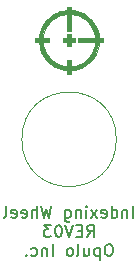
<source format=gbr>
G04 #@! TF.GenerationSoftware,KiCad,Pcbnew,(6.0.1-0)*
G04 #@! TF.CreationDate,2022-08-23T12:06:24-04:00*
G04 #@! TF.ProjectId,indexingWheel,696e6465-7869-46e6-9757-6865656c2e6b,rev?*
G04 #@! TF.SameCoordinates,Original*
G04 #@! TF.FileFunction,Legend,Bot*
G04 #@! TF.FilePolarity,Positive*
%FSLAX46Y46*%
G04 Gerber Fmt 4.6, Leading zero omitted, Abs format (unit mm)*
G04 Created by KiCad (PCBNEW (6.0.1-0)) date 2022-08-23 12:06:24*
%MOMM*%
%LPD*%
G01*
G04 APERTURE LIST*
%ADD10C,0.120000*%
%ADD11C,0.150000*%
%ADD12C,0.010000*%
G04 APERTURE END LIST*
D10*
X153500000Y-93000000D02*
G75*
G03*
X153500000Y-93000000I-4000000J0D01*
G01*
D11*
X154904761Y-99642380D02*
X154904761Y-98642380D01*
X154428571Y-98975714D02*
X154428571Y-99642380D01*
X154428571Y-99070952D02*
X154380952Y-99023333D01*
X154285714Y-98975714D01*
X154142857Y-98975714D01*
X154047619Y-99023333D01*
X154000000Y-99118571D01*
X154000000Y-99642380D01*
X153095238Y-99642380D02*
X153095238Y-98642380D01*
X153095238Y-99594761D02*
X153190476Y-99642380D01*
X153380952Y-99642380D01*
X153476190Y-99594761D01*
X153523809Y-99547142D01*
X153571428Y-99451904D01*
X153571428Y-99166190D01*
X153523809Y-99070952D01*
X153476190Y-99023333D01*
X153380952Y-98975714D01*
X153190476Y-98975714D01*
X153095238Y-99023333D01*
X152238095Y-99594761D02*
X152333333Y-99642380D01*
X152523809Y-99642380D01*
X152619047Y-99594761D01*
X152666666Y-99499523D01*
X152666666Y-99118571D01*
X152619047Y-99023333D01*
X152523809Y-98975714D01*
X152333333Y-98975714D01*
X152238095Y-99023333D01*
X152190476Y-99118571D01*
X152190476Y-99213809D01*
X152666666Y-99309047D01*
X151857142Y-99642380D02*
X151333333Y-98975714D01*
X151857142Y-98975714D02*
X151333333Y-99642380D01*
X150952380Y-99642380D02*
X150952380Y-98975714D01*
X150952380Y-98642380D02*
X151000000Y-98690000D01*
X150952380Y-98737619D01*
X150904761Y-98690000D01*
X150952380Y-98642380D01*
X150952380Y-98737619D01*
X150476190Y-98975714D02*
X150476190Y-99642380D01*
X150476190Y-99070952D02*
X150428571Y-99023333D01*
X150333333Y-98975714D01*
X150190476Y-98975714D01*
X150095238Y-99023333D01*
X150047619Y-99118571D01*
X150047619Y-99642380D01*
X149142857Y-98975714D02*
X149142857Y-99785238D01*
X149190476Y-99880476D01*
X149238095Y-99928095D01*
X149333333Y-99975714D01*
X149476190Y-99975714D01*
X149571428Y-99928095D01*
X149142857Y-99594761D02*
X149238095Y-99642380D01*
X149428571Y-99642380D01*
X149523809Y-99594761D01*
X149571428Y-99547142D01*
X149619047Y-99451904D01*
X149619047Y-99166190D01*
X149571428Y-99070952D01*
X149523809Y-99023333D01*
X149428571Y-98975714D01*
X149238095Y-98975714D01*
X149142857Y-99023333D01*
X148000000Y-98642380D02*
X147761904Y-99642380D01*
X147571428Y-98928095D01*
X147380952Y-99642380D01*
X147142857Y-98642380D01*
X146761904Y-99642380D02*
X146761904Y-98642380D01*
X146333333Y-99642380D02*
X146333333Y-99118571D01*
X146380952Y-99023333D01*
X146476190Y-98975714D01*
X146619047Y-98975714D01*
X146714285Y-99023333D01*
X146761904Y-99070952D01*
X145476190Y-99594761D02*
X145571428Y-99642380D01*
X145761904Y-99642380D01*
X145857142Y-99594761D01*
X145904761Y-99499523D01*
X145904761Y-99118571D01*
X145857142Y-99023333D01*
X145761904Y-98975714D01*
X145571428Y-98975714D01*
X145476190Y-99023333D01*
X145428571Y-99118571D01*
X145428571Y-99213809D01*
X145904761Y-99309047D01*
X144619047Y-99594761D02*
X144714285Y-99642380D01*
X144904761Y-99642380D01*
X145000000Y-99594761D01*
X145047619Y-99499523D01*
X145047619Y-99118571D01*
X145000000Y-99023333D01*
X144904761Y-98975714D01*
X144714285Y-98975714D01*
X144619047Y-99023333D01*
X144571428Y-99118571D01*
X144571428Y-99213809D01*
X145047619Y-99309047D01*
X144000000Y-99642380D02*
X144095238Y-99594761D01*
X144142857Y-99499523D01*
X144142857Y-98642380D01*
X151023809Y-101252380D02*
X151357142Y-100776190D01*
X151595238Y-101252380D02*
X151595238Y-100252380D01*
X151214285Y-100252380D01*
X151119047Y-100300000D01*
X151071428Y-100347619D01*
X151023809Y-100442857D01*
X151023809Y-100585714D01*
X151071428Y-100680952D01*
X151119047Y-100728571D01*
X151214285Y-100776190D01*
X151595238Y-100776190D01*
X150595238Y-100728571D02*
X150261904Y-100728571D01*
X150119047Y-101252380D02*
X150595238Y-101252380D01*
X150595238Y-100252380D01*
X150119047Y-100252380D01*
X149833333Y-100252380D02*
X149500000Y-101252380D01*
X149166666Y-100252380D01*
X148642857Y-100252380D02*
X148547619Y-100252380D01*
X148452380Y-100300000D01*
X148404761Y-100347619D01*
X148357142Y-100442857D01*
X148309523Y-100633333D01*
X148309523Y-100871428D01*
X148357142Y-101061904D01*
X148404761Y-101157142D01*
X148452380Y-101204761D01*
X148547619Y-101252380D01*
X148642857Y-101252380D01*
X148738095Y-101204761D01*
X148785714Y-101157142D01*
X148833333Y-101061904D01*
X148880952Y-100871428D01*
X148880952Y-100633333D01*
X148833333Y-100442857D01*
X148785714Y-100347619D01*
X148738095Y-100300000D01*
X148642857Y-100252380D01*
X147976190Y-100252380D02*
X147357142Y-100252380D01*
X147690476Y-100633333D01*
X147547619Y-100633333D01*
X147452380Y-100680952D01*
X147404761Y-100728571D01*
X147357142Y-100823809D01*
X147357142Y-101061904D01*
X147404761Y-101157142D01*
X147452380Y-101204761D01*
X147547619Y-101252380D01*
X147833333Y-101252380D01*
X147928571Y-101204761D01*
X147976190Y-101157142D01*
X152952380Y-101862380D02*
X152761904Y-101862380D01*
X152666666Y-101910000D01*
X152571428Y-102005238D01*
X152523809Y-102195714D01*
X152523809Y-102529047D01*
X152571428Y-102719523D01*
X152666666Y-102814761D01*
X152761904Y-102862380D01*
X152952380Y-102862380D01*
X153047619Y-102814761D01*
X153142857Y-102719523D01*
X153190476Y-102529047D01*
X153190476Y-102195714D01*
X153142857Y-102005238D01*
X153047619Y-101910000D01*
X152952380Y-101862380D01*
X152095238Y-102195714D02*
X152095238Y-103195714D01*
X152095238Y-102243333D02*
X152000000Y-102195714D01*
X151809523Y-102195714D01*
X151714285Y-102243333D01*
X151666666Y-102290952D01*
X151619047Y-102386190D01*
X151619047Y-102671904D01*
X151666666Y-102767142D01*
X151714285Y-102814761D01*
X151809523Y-102862380D01*
X152000000Y-102862380D01*
X152095238Y-102814761D01*
X150761904Y-102195714D02*
X150761904Y-102862380D01*
X151190476Y-102195714D02*
X151190476Y-102719523D01*
X151142857Y-102814761D01*
X151047619Y-102862380D01*
X150904761Y-102862380D01*
X150809523Y-102814761D01*
X150761904Y-102767142D01*
X150142857Y-102862380D02*
X150238095Y-102814761D01*
X150285714Y-102719523D01*
X150285714Y-101862380D01*
X149619047Y-102862380D02*
X149714285Y-102814761D01*
X149761904Y-102767142D01*
X149809523Y-102671904D01*
X149809523Y-102386190D01*
X149761904Y-102290952D01*
X149714285Y-102243333D01*
X149619047Y-102195714D01*
X149476190Y-102195714D01*
X149380952Y-102243333D01*
X149333333Y-102290952D01*
X149285714Y-102386190D01*
X149285714Y-102671904D01*
X149333333Y-102767142D01*
X149380952Y-102814761D01*
X149476190Y-102862380D01*
X149619047Y-102862380D01*
X148095238Y-102862380D02*
X148095238Y-101862380D01*
X147619047Y-102195714D02*
X147619047Y-102862380D01*
X147619047Y-102290952D02*
X147571428Y-102243333D01*
X147476190Y-102195714D01*
X147333333Y-102195714D01*
X147238095Y-102243333D01*
X147190476Y-102338571D01*
X147190476Y-102862380D01*
X146285714Y-102814761D02*
X146380952Y-102862380D01*
X146571428Y-102862380D01*
X146666666Y-102814761D01*
X146714285Y-102767142D01*
X146761904Y-102671904D01*
X146761904Y-102386190D01*
X146714285Y-102290952D01*
X146666666Y-102243333D01*
X146571428Y-102195714D01*
X146380952Y-102195714D01*
X146285714Y-102243333D01*
X145857142Y-102767142D02*
X145809523Y-102814761D01*
X145857142Y-102862380D01*
X145904761Y-102814761D01*
X145857142Y-102767142D01*
X145857142Y-102862380D01*
D12*
X149330667Y-82056102D02*
X149236131Y-82065788D01*
X149236131Y-82065788D02*
X148977040Y-82106461D01*
X148977040Y-82106461D02*
X148721730Y-82175028D01*
X148721730Y-82175028D02*
X148470021Y-82271540D01*
X148470021Y-82271540D02*
X148349945Y-82328050D01*
X148349945Y-82328050D02*
X148207326Y-82403651D01*
X148207326Y-82403651D02*
X148080466Y-82481262D01*
X148080466Y-82481262D02*
X147962187Y-82566129D01*
X147962187Y-82566129D02*
X147845309Y-82663492D01*
X147845309Y-82663492D02*
X147722655Y-82778597D01*
X147722655Y-82778597D02*
X147693446Y-82807557D01*
X147693446Y-82807557D02*
X147573614Y-82932508D01*
X147573614Y-82932508D02*
X147472706Y-83050062D01*
X147472706Y-83050062D02*
X147385478Y-83167398D01*
X147385478Y-83167398D02*
X147306688Y-83291694D01*
X147306688Y-83291694D02*
X147231091Y-83430130D01*
X147231091Y-83430130D02*
X147213939Y-83464055D01*
X147213939Y-83464055D02*
X147103939Y-83714092D01*
X147103939Y-83714092D02*
X147021911Y-83967644D01*
X147021911Y-83967644D02*
X146967801Y-84224891D01*
X146967801Y-84224891D02*
X146951677Y-84350241D01*
X146951677Y-84350241D02*
X146941992Y-84444778D01*
X146941992Y-84444778D02*
X146649556Y-84444778D01*
X146649556Y-84444778D02*
X146649556Y-84769333D01*
X146649556Y-84769333D02*
X146942601Y-84769333D01*
X146942601Y-84769333D02*
X146952465Y-84864583D01*
X146952465Y-84864583D02*
X146992341Y-85121009D01*
X146992341Y-85121009D02*
X147058523Y-85371033D01*
X147058523Y-85371033D02*
X147151764Y-85617208D01*
X147151764Y-85617208D02*
X147213939Y-85750055D01*
X147213939Y-85750055D02*
X147289540Y-85892674D01*
X147289540Y-85892674D02*
X147367152Y-86019534D01*
X147367152Y-86019534D02*
X147452018Y-86137813D01*
X147452018Y-86137813D02*
X147549381Y-86254691D01*
X147549381Y-86254691D02*
X147664486Y-86377345D01*
X147664486Y-86377345D02*
X147693446Y-86406554D01*
X147693446Y-86406554D02*
X147818397Y-86526386D01*
X147818397Y-86526386D02*
X147935951Y-86627294D01*
X147935951Y-86627294D02*
X148053287Y-86714522D01*
X148053287Y-86714522D02*
X148177584Y-86793312D01*
X148177584Y-86793312D02*
X148316020Y-86868909D01*
X148316020Y-86868909D02*
X148349945Y-86886061D01*
X148349945Y-86886061D02*
X148599981Y-86996061D01*
X148599981Y-86996061D02*
X148853534Y-87078089D01*
X148853534Y-87078089D02*
X149110780Y-87132199D01*
X149110780Y-87132199D02*
X149236131Y-87148323D01*
X149236131Y-87148323D02*
X149330667Y-87158008D01*
X149330667Y-87158008D02*
X149330667Y-87450444D01*
X149330667Y-87450444D02*
X149655222Y-87450444D01*
X149655222Y-87450444D02*
X149655222Y-87158008D01*
X149655222Y-87158008D02*
X149749759Y-87148323D01*
X149749759Y-87148323D02*
X150008849Y-87107649D01*
X150008849Y-87107649D02*
X150264160Y-87039083D01*
X150264160Y-87039083D02*
X150515868Y-86942570D01*
X150515868Y-86942570D02*
X150635945Y-86886061D01*
X150635945Y-86886061D02*
X150778563Y-86810460D01*
X150778563Y-86810460D02*
X150905423Y-86732848D01*
X150905423Y-86732848D02*
X151023702Y-86647982D01*
X151023702Y-86647982D02*
X151140580Y-86550619D01*
X151140580Y-86550619D02*
X151263235Y-86435514D01*
X151263235Y-86435514D02*
X151292443Y-86406554D01*
X151292443Y-86406554D02*
X151412275Y-86281603D01*
X151412275Y-86281603D02*
X151513183Y-86164049D01*
X151513183Y-86164049D02*
X151600411Y-86046713D01*
X151600411Y-86046713D02*
X151679202Y-85922416D01*
X151679202Y-85922416D02*
X151754798Y-85783980D01*
X151754798Y-85783980D02*
X151771950Y-85750055D01*
X151771950Y-85750055D02*
X151881950Y-85500019D01*
X151881950Y-85500019D02*
X151963979Y-85246466D01*
X151963979Y-85246466D02*
X152018088Y-84989220D01*
X152018088Y-84989220D02*
X152034212Y-84863869D01*
X152034212Y-84863869D02*
X152043898Y-84769333D01*
X152043898Y-84769333D02*
X152336333Y-84769333D01*
X152336333Y-84769333D02*
X152336333Y-84444778D01*
X152336333Y-84444778D02*
X152043898Y-84444778D01*
X152043898Y-84444778D02*
X151705231Y-84444778D01*
X151705231Y-84444778D02*
X150290222Y-84444778D01*
X150290222Y-84444778D02*
X150290222Y-84769333D01*
X150290222Y-84769333D02*
X151705231Y-84769333D01*
X151705231Y-84769333D02*
X151695524Y-84864583D01*
X151695524Y-84864583D02*
X151659639Y-85084313D01*
X151659639Y-85084313D02*
X151597594Y-85304567D01*
X151597594Y-85304567D02*
X151511111Y-85521475D01*
X151511111Y-85521475D02*
X151401907Y-85731165D01*
X151401907Y-85731165D02*
X151271704Y-85929766D01*
X151271704Y-85929766D02*
X151159801Y-86070858D01*
X151159801Y-86070858D02*
X151006596Y-86228821D01*
X151006596Y-86228821D02*
X150831950Y-86373377D01*
X150831950Y-86373377D02*
X150640543Y-86501804D01*
X150640543Y-86501804D02*
X150437055Y-86611383D01*
X150437055Y-86611383D02*
X150226165Y-86699390D01*
X150226165Y-86699390D02*
X150012554Y-86763106D01*
X150012554Y-86763106D02*
X149943468Y-86778102D01*
X149943468Y-86778102D02*
X149870237Y-86792329D01*
X149870237Y-86792329D02*
X149817880Y-86801925D01*
X149817880Y-86801925D02*
X149779620Y-86807910D01*
X149779620Y-86807910D02*
X149748682Y-86811303D01*
X149748682Y-86811303D02*
X149718287Y-86813125D01*
X149718287Y-86813125D02*
X149708139Y-86813523D01*
X149708139Y-86813523D02*
X149655222Y-86815444D01*
X149655222Y-86815444D02*
X149655222Y-86321555D01*
X149655222Y-86321555D02*
X149330667Y-86321555D01*
X149330667Y-86321555D02*
X149330667Y-86819342D01*
X149330667Y-86819342D02*
X149235417Y-86809635D01*
X149235417Y-86809635D02*
X149016702Y-86773883D01*
X149016702Y-86773883D02*
X148797910Y-86712335D01*
X148797910Y-86712335D02*
X148583091Y-86627114D01*
X148583091Y-86627114D02*
X148376294Y-86520343D01*
X148376294Y-86520343D02*
X148181569Y-86394146D01*
X148181569Y-86394146D02*
X148002967Y-86250645D01*
X148002967Y-86250645D02*
X147844537Y-86091964D01*
X147844537Y-86091964D02*
X147826088Y-86070858D01*
X147826088Y-86070858D02*
X147681078Y-85883270D01*
X147681078Y-85883270D02*
X147555763Y-85681651D01*
X147555763Y-85681651D02*
X147451861Y-85469873D01*
X147451861Y-85469873D02*
X147371093Y-85251808D01*
X147371093Y-85251808D02*
X147315176Y-85031326D01*
X147315176Y-85031326D02*
X147290365Y-84864583D01*
X147290365Y-84864583D02*
X147280658Y-84769333D01*
X147280658Y-84769333D02*
X147778445Y-84769333D01*
X147778445Y-84769333D02*
X147778445Y-84444778D01*
X147778445Y-84444778D02*
X147280658Y-84444778D01*
X147280658Y-84444778D02*
X147290365Y-84349528D01*
X147290365Y-84349528D02*
X147326251Y-84129798D01*
X147326251Y-84129798D02*
X147388295Y-83909544D01*
X147388295Y-83909544D02*
X147474778Y-83692636D01*
X147474778Y-83692636D02*
X147583982Y-83482946D01*
X147583982Y-83482946D02*
X147714186Y-83284345D01*
X147714186Y-83284345D02*
X147826088Y-83143253D01*
X147826088Y-83143253D02*
X147981669Y-82982797D01*
X147981669Y-82982797D02*
X148157937Y-82837253D01*
X148157937Y-82837253D02*
X148350841Y-82708743D01*
X148350841Y-82708743D02*
X148556331Y-82599391D01*
X148556331Y-82599391D02*
X148770357Y-82511319D01*
X148770357Y-82511319D02*
X148988869Y-82446651D01*
X148988869Y-82446651D02*
X149207818Y-82407509D01*
X149207818Y-82407509D02*
X149235417Y-82404476D01*
X149235417Y-82404476D02*
X149330667Y-82394769D01*
X149330667Y-82394769D02*
X149330667Y-83809778D01*
X149330667Y-83809778D02*
X149655222Y-83809778D01*
X149655222Y-83809778D02*
X149655222Y-82394769D01*
X149655222Y-82394769D02*
X149750472Y-82404476D01*
X149750472Y-82404476D02*
X149969187Y-82440228D01*
X149969187Y-82440228D02*
X150187979Y-82501776D01*
X150187979Y-82501776D02*
X150402798Y-82586997D01*
X150402798Y-82586997D02*
X150609595Y-82693767D01*
X150609595Y-82693767D02*
X150804320Y-82819965D01*
X150804320Y-82819965D02*
X150982922Y-82963466D01*
X150982922Y-82963466D02*
X151141352Y-83122147D01*
X151141352Y-83122147D02*
X151159801Y-83143253D01*
X151159801Y-83143253D02*
X151304811Y-83330841D01*
X151304811Y-83330841D02*
X151430126Y-83532460D01*
X151430126Y-83532460D02*
X151534028Y-83744238D01*
X151534028Y-83744238D02*
X151614796Y-83962303D01*
X151614796Y-83962303D02*
X151670713Y-84182784D01*
X151670713Y-84182784D02*
X151695524Y-84349528D01*
X151695524Y-84349528D02*
X151705231Y-84444778D01*
X151705231Y-84444778D02*
X152043898Y-84444778D01*
X152043898Y-84444778D02*
X152034212Y-84350241D01*
X152034212Y-84350241D02*
X151993539Y-84091151D01*
X151993539Y-84091151D02*
X151924972Y-83835840D01*
X151924972Y-83835840D02*
X151828460Y-83584132D01*
X151828460Y-83584132D02*
X151771950Y-83464055D01*
X151771950Y-83464055D02*
X151696349Y-83321437D01*
X151696349Y-83321437D02*
X151618738Y-83194577D01*
X151618738Y-83194577D02*
X151533871Y-83076298D01*
X151533871Y-83076298D02*
X151436508Y-82959420D01*
X151436508Y-82959420D02*
X151321403Y-82836765D01*
X151321403Y-82836765D02*
X151292443Y-82807557D01*
X151292443Y-82807557D02*
X151167492Y-82687725D01*
X151167492Y-82687725D02*
X151049938Y-82586817D01*
X151049938Y-82586817D02*
X150932602Y-82499589D01*
X150932602Y-82499589D02*
X150808306Y-82420798D01*
X150808306Y-82420798D02*
X150669870Y-82345202D01*
X150669870Y-82345202D02*
X150635945Y-82328050D01*
X150635945Y-82328050D02*
X150385908Y-82218050D01*
X150385908Y-82218050D02*
X150132356Y-82136021D01*
X150132356Y-82136021D02*
X149875109Y-82081912D01*
X149875109Y-82081912D02*
X149749759Y-82065788D01*
X149749759Y-82065788D02*
X149655222Y-82056102D01*
X149655222Y-82056102D02*
X149655222Y-81763667D01*
X149655222Y-81763667D02*
X149330667Y-81763667D01*
X149330667Y-81763667D02*
X149330667Y-82056102D01*
X149330667Y-82056102D02*
X149330667Y-82056102D01*
G36*
X152336333Y-84769333D02*
G01*
X152043898Y-84769333D01*
X152034212Y-84863869D01*
X152018088Y-84989220D01*
X151963979Y-85246466D01*
X151881950Y-85500019D01*
X151771950Y-85750055D01*
X151754798Y-85783980D01*
X151679202Y-85922416D01*
X151600411Y-86046713D01*
X151513183Y-86164049D01*
X151412275Y-86281603D01*
X151292443Y-86406554D01*
X151263235Y-86435514D01*
X151140580Y-86550619D01*
X151023702Y-86647982D01*
X150905423Y-86732848D01*
X150778563Y-86810460D01*
X150635945Y-86886061D01*
X150515868Y-86942570D01*
X150264160Y-87039083D01*
X150008849Y-87107649D01*
X149749759Y-87148323D01*
X149655222Y-87158008D01*
X149655222Y-87450444D01*
X149330667Y-87450444D01*
X149330667Y-87158008D01*
X149236131Y-87148323D01*
X149110780Y-87132199D01*
X148853534Y-87078089D01*
X148599981Y-86996061D01*
X148349945Y-86886061D01*
X148316020Y-86868909D01*
X148177584Y-86793312D01*
X148053287Y-86714522D01*
X147935951Y-86627294D01*
X147818397Y-86526386D01*
X147693446Y-86406554D01*
X147664486Y-86377345D01*
X147549381Y-86254691D01*
X147452018Y-86137813D01*
X147367152Y-86019534D01*
X147289540Y-85892674D01*
X147213939Y-85750055D01*
X147151764Y-85617208D01*
X147058523Y-85371033D01*
X146992341Y-85121009D01*
X146952465Y-84864583D01*
X146942601Y-84769333D01*
X147280658Y-84769333D01*
X147290365Y-84864583D01*
X147315176Y-85031326D01*
X147371093Y-85251808D01*
X147451861Y-85469873D01*
X147555763Y-85681651D01*
X147681078Y-85883270D01*
X147826088Y-86070858D01*
X147844537Y-86091964D01*
X148002967Y-86250645D01*
X148181569Y-86394146D01*
X148376294Y-86520343D01*
X148583091Y-86627114D01*
X148797910Y-86712335D01*
X149016702Y-86773883D01*
X149235417Y-86809635D01*
X149330667Y-86819342D01*
X149330667Y-86321555D01*
X149655222Y-86321555D01*
X149655222Y-86815444D01*
X149708139Y-86813523D01*
X149718287Y-86813125D01*
X149748682Y-86811303D01*
X149779620Y-86807910D01*
X149817880Y-86801925D01*
X149870237Y-86792329D01*
X149943468Y-86778102D01*
X150012554Y-86763106D01*
X150226165Y-86699390D01*
X150437055Y-86611383D01*
X150640543Y-86501804D01*
X150831950Y-86373377D01*
X151006596Y-86228821D01*
X151159801Y-86070858D01*
X151271704Y-85929766D01*
X151401907Y-85731165D01*
X151511111Y-85521475D01*
X151597594Y-85304567D01*
X151659639Y-85084313D01*
X151695524Y-84864583D01*
X151705231Y-84769333D01*
X150290222Y-84769333D01*
X150290222Y-84444778D01*
X151705231Y-84444778D01*
X151695524Y-84349528D01*
X151670713Y-84182784D01*
X151614796Y-83962303D01*
X151534028Y-83744238D01*
X151430126Y-83532460D01*
X151304811Y-83330841D01*
X151159801Y-83143253D01*
X151141352Y-83122147D01*
X150982922Y-82963466D01*
X150804320Y-82819965D01*
X150609595Y-82693767D01*
X150402798Y-82586997D01*
X150187979Y-82501776D01*
X149969187Y-82440228D01*
X149750472Y-82404476D01*
X149655222Y-82394769D01*
X149655222Y-83809778D01*
X149330667Y-83809778D01*
X149330667Y-82394769D01*
X149235417Y-82404476D01*
X149207818Y-82407509D01*
X148988869Y-82446651D01*
X148770357Y-82511319D01*
X148556331Y-82599391D01*
X148350841Y-82708743D01*
X148157937Y-82837253D01*
X147981669Y-82982797D01*
X147826088Y-83143253D01*
X147714186Y-83284345D01*
X147583982Y-83482946D01*
X147474778Y-83692636D01*
X147388295Y-83909544D01*
X147326251Y-84129798D01*
X147290365Y-84349528D01*
X147280658Y-84444778D01*
X147778445Y-84444778D01*
X147778445Y-84769333D01*
X147280658Y-84769333D01*
X146942601Y-84769333D01*
X146649556Y-84769333D01*
X146649556Y-84444778D01*
X146941992Y-84444778D01*
X146951677Y-84350241D01*
X146967801Y-84224891D01*
X147021911Y-83967644D01*
X147103939Y-83714092D01*
X147213939Y-83464055D01*
X147231091Y-83430130D01*
X147306688Y-83291694D01*
X147385478Y-83167398D01*
X147472706Y-83050062D01*
X147573614Y-82932508D01*
X147693446Y-82807557D01*
X147722655Y-82778597D01*
X147845309Y-82663492D01*
X147962187Y-82566129D01*
X148080466Y-82481262D01*
X148207326Y-82403651D01*
X148349945Y-82328050D01*
X148470021Y-82271540D01*
X148721730Y-82175028D01*
X148977040Y-82106461D01*
X149236131Y-82065788D01*
X149330667Y-82056102D01*
X149330667Y-81763667D01*
X149655222Y-81763667D01*
X149655222Y-82056102D01*
X149749759Y-82065788D01*
X149875109Y-82081912D01*
X150132356Y-82136021D01*
X150385908Y-82218050D01*
X150635945Y-82328050D01*
X150669870Y-82345202D01*
X150808306Y-82420798D01*
X150932602Y-82499589D01*
X151049938Y-82586817D01*
X151167492Y-82687725D01*
X151292443Y-82807557D01*
X151321403Y-82836765D01*
X151436508Y-82959420D01*
X151533871Y-83076298D01*
X151618738Y-83194577D01*
X151696349Y-83321437D01*
X151771950Y-83464055D01*
X151828460Y-83584132D01*
X151924972Y-83835840D01*
X151993539Y-84091151D01*
X152034212Y-84350241D01*
X152043898Y-84444778D01*
X152336333Y-84444778D01*
X152336333Y-84769333D01*
G37*
X152336333Y-84769333D02*
X152043898Y-84769333D01*
X152034212Y-84863869D01*
X152018088Y-84989220D01*
X151963979Y-85246466D01*
X151881950Y-85500019D01*
X151771950Y-85750055D01*
X151754798Y-85783980D01*
X151679202Y-85922416D01*
X151600411Y-86046713D01*
X151513183Y-86164049D01*
X151412275Y-86281603D01*
X151292443Y-86406554D01*
X151263235Y-86435514D01*
X151140580Y-86550619D01*
X151023702Y-86647982D01*
X150905423Y-86732848D01*
X150778563Y-86810460D01*
X150635945Y-86886061D01*
X150515868Y-86942570D01*
X150264160Y-87039083D01*
X150008849Y-87107649D01*
X149749759Y-87148323D01*
X149655222Y-87158008D01*
X149655222Y-87450444D01*
X149330667Y-87450444D01*
X149330667Y-87158008D01*
X149236131Y-87148323D01*
X149110780Y-87132199D01*
X148853534Y-87078089D01*
X148599981Y-86996061D01*
X148349945Y-86886061D01*
X148316020Y-86868909D01*
X148177584Y-86793312D01*
X148053287Y-86714522D01*
X147935951Y-86627294D01*
X147818397Y-86526386D01*
X147693446Y-86406554D01*
X147664486Y-86377345D01*
X147549381Y-86254691D01*
X147452018Y-86137813D01*
X147367152Y-86019534D01*
X147289540Y-85892674D01*
X147213939Y-85750055D01*
X147151764Y-85617208D01*
X147058523Y-85371033D01*
X146992341Y-85121009D01*
X146952465Y-84864583D01*
X146942601Y-84769333D01*
X147280658Y-84769333D01*
X147290365Y-84864583D01*
X147315176Y-85031326D01*
X147371093Y-85251808D01*
X147451861Y-85469873D01*
X147555763Y-85681651D01*
X147681078Y-85883270D01*
X147826088Y-86070858D01*
X147844537Y-86091964D01*
X148002967Y-86250645D01*
X148181569Y-86394146D01*
X148376294Y-86520343D01*
X148583091Y-86627114D01*
X148797910Y-86712335D01*
X149016702Y-86773883D01*
X149235417Y-86809635D01*
X149330667Y-86819342D01*
X149330667Y-86321555D01*
X149655222Y-86321555D01*
X149655222Y-86815444D01*
X149708139Y-86813523D01*
X149718287Y-86813125D01*
X149748682Y-86811303D01*
X149779620Y-86807910D01*
X149817880Y-86801925D01*
X149870237Y-86792329D01*
X149943468Y-86778102D01*
X150012554Y-86763106D01*
X150226165Y-86699390D01*
X150437055Y-86611383D01*
X150640543Y-86501804D01*
X150831950Y-86373377D01*
X151006596Y-86228821D01*
X151159801Y-86070858D01*
X151271704Y-85929766D01*
X151401907Y-85731165D01*
X151511111Y-85521475D01*
X151597594Y-85304567D01*
X151659639Y-85084313D01*
X151695524Y-84864583D01*
X151705231Y-84769333D01*
X150290222Y-84769333D01*
X150290222Y-84444778D01*
X151705231Y-84444778D01*
X151695524Y-84349528D01*
X151670713Y-84182784D01*
X151614796Y-83962303D01*
X151534028Y-83744238D01*
X151430126Y-83532460D01*
X151304811Y-83330841D01*
X151159801Y-83143253D01*
X151141352Y-83122147D01*
X150982922Y-82963466D01*
X150804320Y-82819965D01*
X150609595Y-82693767D01*
X150402798Y-82586997D01*
X150187979Y-82501776D01*
X149969187Y-82440228D01*
X149750472Y-82404476D01*
X149655222Y-82394769D01*
X149655222Y-83809778D01*
X149330667Y-83809778D01*
X149330667Y-82394769D01*
X149235417Y-82404476D01*
X149207818Y-82407509D01*
X148988869Y-82446651D01*
X148770357Y-82511319D01*
X148556331Y-82599391D01*
X148350841Y-82708743D01*
X148157937Y-82837253D01*
X147981669Y-82982797D01*
X147826088Y-83143253D01*
X147714186Y-83284345D01*
X147583982Y-83482946D01*
X147474778Y-83692636D01*
X147388295Y-83909544D01*
X147326251Y-84129798D01*
X147290365Y-84349528D01*
X147280658Y-84444778D01*
X147778445Y-84444778D01*
X147778445Y-84769333D01*
X147280658Y-84769333D01*
X146942601Y-84769333D01*
X146649556Y-84769333D01*
X146649556Y-84444778D01*
X146941992Y-84444778D01*
X146951677Y-84350241D01*
X146967801Y-84224891D01*
X147021911Y-83967644D01*
X147103939Y-83714092D01*
X147213939Y-83464055D01*
X147231091Y-83430130D01*
X147306688Y-83291694D01*
X147385478Y-83167398D01*
X147472706Y-83050062D01*
X147573614Y-82932508D01*
X147693446Y-82807557D01*
X147722655Y-82778597D01*
X147845309Y-82663492D01*
X147962187Y-82566129D01*
X148080466Y-82481262D01*
X148207326Y-82403651D01*
X148349945Y-82328050D01*
X148470021Y-82271540D01*
X148721730Y-82175028D01*
X148977040Y-82106461D01*
X149236131Y-82065788D01*
X149330667Y-82056102D01*
X149330667Y-81763667D01*
X149655222Y-81763667D01*
X149655222Y-82056102D01*
X149749759Y-82065788D01*
X149875109Y-82081912D01*
X150132356Y-82136021D01*
X150385908Y-82218050D01*
X150635945Y-82328050D01*
X150669870Y-82345202D01*
X150808306Y-82420798D01*
X150932602Y-82499589D01*
X151049938Y-82586817D01*
X151167492Y-82687725D01*
X151292443Y-82807557D01*
X151321403Y-82836765D01*
X151436508Y-82959420D01*
X151533871Y-83076298D01*
X151618738Y-83194577D01*
X151696349Y-83321437D01*
X151771950Y-83464055D01*
X151828460Y-83584132D01*
X151924972Y-83835840D01*
X151993539Y-84091151D01*
X152034212Y-84350241D01*
X152043898Y-84444778D01*
X152336333Y-84444778D01*
X152336333Y-84769333D01*
X149327561Y-84257805D02*
X149323611Y-84437722D01*
X149323611Y-84437722D02*
X149143695Y-84441671D01*
X149143695Y-84441671D02*
X148963778Y-84445621D01*
X148963778Y-84445621D02*
X148963778Y-84768490D01*
X148963778Y-84768490D02*
X149143695Y-84772439D01*
X149143695Y-84772439D02*
X149323611Y-84776389D01*
X149323611Y-84776389D02*
X149327561Y-84956305D01*
X149327561Y-84956305D02*
X149331510Y-85136222D01*
X149331510Y-85136222D02*
X149654379Y-85136222D01*
X149654379Y-85136222D02*
X149658329Y-84956305D01*
X149658329Y-84956305D02*
X149662278Y-84776389D01*
X149662278Y-84776389D02*
X149842195Y-84772439D01*
X149842195Y-84772439D02*
X150022111Y-84768490D01*
X150022111Y-84768490D02*
X150022111Y-84445621D01*
X150022111Y-84445621D02*
X149842195Y-84441671D01*
X149842195Y-84441671D02*
X149662278Y-84437722D01*
X149662278Y-84437722D02*
X149658329Y-84257805D01*
X149658329Y-84257805D02*
X149654379Y-84077889D01*
X149654379Y-84077889D02*
X149331510Y-84077889D01*
X149331510Y-84077889D02*
X149327561Y-84257805D01*
X149327561Y-84257805D02*
X149327561Y-84257805D01*
G36*
X149658329Y-84257805D02*
G01*
X149662278Y-84437722D01*
X149842195Y-84441671D01*
X150022111Y-84445621D01*
X150022111Y-84768490D01*
X149842195Y-84772439D01*
X149662278Y-84776389D01*
X149658329Y-84956305D01*
X149654379Y-85136222D01*
X149331510Y-85136222D01*
X149327561Y-84956305D01*
X149323611Y-84776389D01*
X149143695Y-84772439D01*
X148963778Y-84768490D01*
X148963778Y-84445621D01*
X149143695Y-84441671D01*
X149323611Y-84437722D01*
X149327561Y-84257805D01*
X149331510Y-84077889D01*
X149654379Y-84077889D01*
X149658329Y-84257805D01*
G37*
X149658329Y-84257805D02*
X149662278Y-84437722D01*
X149842195Y-84441671D01*
X150022111Y-84445621D01*
X150022111Y-84768490D01*
X149842195Y-84772439D01*
X149662278Y-84776389D01*
X149658329Y-84956305D01*
X149654379Y-85136222D01*
X149331510Y-85136222D01*
X149327561Y-84956305D01*
X149323611Y-84776389D01*
X149143695Y-84772439D01*
X148963778Y-84768490D01*
X148963778Y-84445621D01*
X149143695Y-84441671D01*
X149323611Y-84437722D01*
X149327561Y-84257805D01*
X149331510Y-84077889D01*
X149654379Y-84077889D01*
X149658329Y-84257805D01*
M02*

</source>
